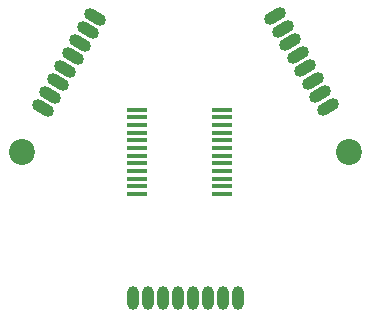
<source format=gbr>
%TF.GenerationSoftware,KiCad,Pcbnew,7.0.9*%
%TF.CreationDate,2024-01-11T17:27:39+09:00*%
%TF.ProjectId,LineIntegratedBoard,4c696e65-496e-4746-9567-726174656442,rev?*%
%TF.SameCoordinates,Original*%
%TF.FileFunction,Soldermask,Bot*%
%TF.FilePolarity,Negative*%
%FSLAX46Y46*%
G04 Gerber Fmt 4.6, Leading zero omitted, Abs format (unit mm)*
G04 Created by KiCad (PCBNEW 7.0.9) date 2024-01-11 17:27:39*
%MOMM*%
%LPD*%
G01*
G04 APERTURE LIST*
G04 Aperture macros list*
%AMHorizOval*
0 Thick line with rounded ends*
0 $1 width*
0 $2 $3 position (X,Y) of the first rounded end (center of the circle)*
0 $4 $5 position (X,Y) of the second rounded end (center of the circle)*
0 Add line between two ends*
20,1,$1,$2,$3,$4,$5,0*
0 Add two circle primitives to create the rounded ends*
1,1,$1,$2,$3*
1,1,$1,$4,$5*%
G04 Aperture macros list end*
%ADD10C,2.200000*%
%ADD11R,1.750000X0.450000*%
%ADD12HorizOval,1.000000X0.433013X-0.250000X-0.433013X0.250000X0*%
%ADD13O,1.000000X2.000000*%
%ADD14HorizOval,1.000000X0.433013X0.250000X-0.433013X-0.250000X0*%
G04 APERTURE END LIST*
D10*
%TO.C,REF\u002A\u002A*%
X138531600Y-90170000D03*
%TD*%
%TO.C,REF\u002A\u002A*%
X166268400Y-90170000D03*
%TD*%
D11*
%TO.C,U1*%
X155492000Y-86595000D03*
X155492000Y-87245000D03*
X155492000Y-87895000D03*
X155492000Y-88545000D03*
X155492000Y-89195000D03*
X155492000Y-89845000D03*
X155492000Y-90495000D03*
X155492000Y-91145000D03*
X155492000Y-91795000D03*
X155492000Y-92445000D03*
X155492000Y-93095000D03*
X155492000Y-93745000D03*
X148292000Y-93745000D03*
X148292000Y-93095000D03*
X148292000Y-92445000D03*
X148292000Y-91795000D03*
X148292000Y-91145000D03*
X148292000Y-90495000D03*
X148292000Y-89845000D03*
X148292000Y-89195000D03*
X148292000Y-88545000D03*
X148292000Y-87895000D03*
X148292000Y-87245000D03*
X148292000Y-86595000D03*
%TD*%
D12*
%TO.C,J2*%
X140316683Y-86464282D03*
X140951683Y-85364430D03*
X141586683Y-84264578D03*
X142221683Y-83164726D03*
X142856683Y-82064873D03*
X143491683Y-80965021D03*
X144126683Y-79865169D03*
X144761683Y-78765317D03*
%TD*%
D13*
%TO.C,J3*%
X147950000Y-102514400D03*
X149220000Y-102514400D03*
X150490000Y-102514400D03*
X151760000Y-102514400D03*
X153030000Y-102514400D03*
X154300000Y-102514400D03*
X155570000Y-102514400D03*
X156840000Y-102514400D03*
%TD*%
D14*
%TO.C,J1*%
X164438283Y-86365725D03*
X163803283Y-85265873D03*
X163168283Y-84166021D03*
X162533283Y-83066169D03*
X161898283Y-81966316D03*
X161263283Y-80866464D03*
X160628283Y-79766612D03*
X159993283Y-78666760D03*
%TD*%
M02*

</source>
